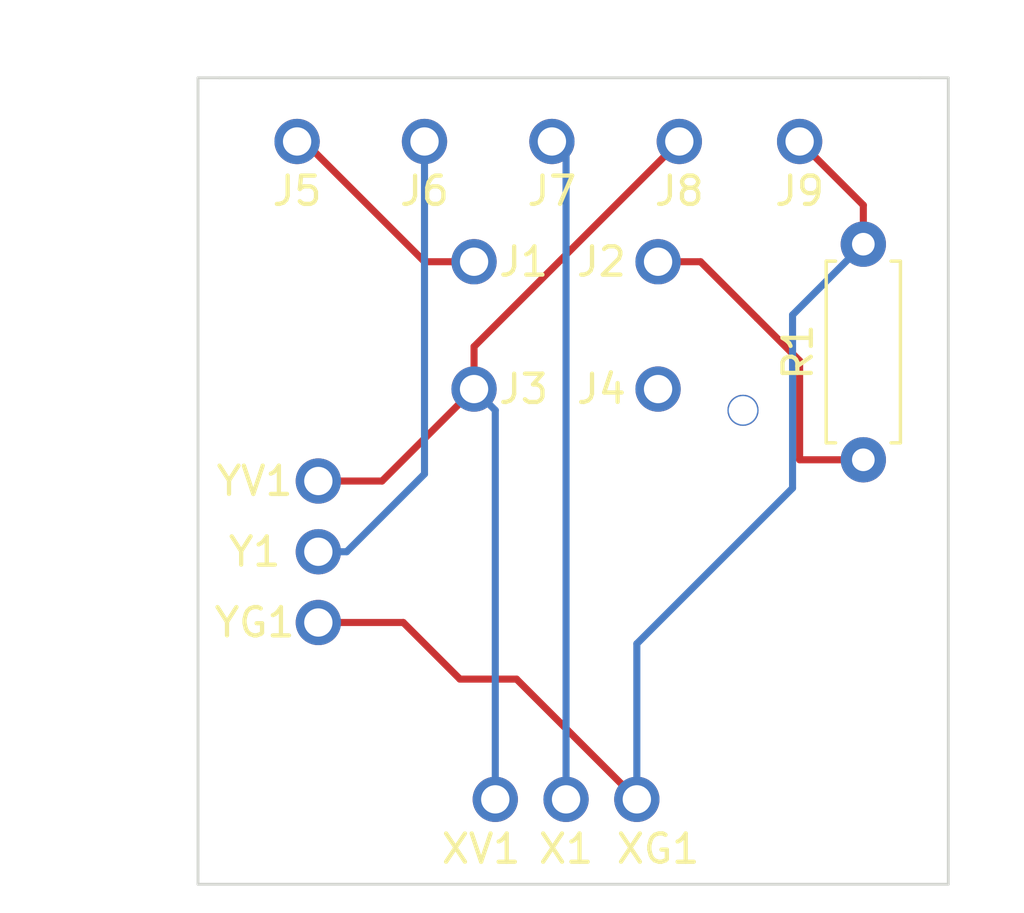
<source format=kicad_pcb>
(kicad_pcb (version 4) (host pcbnew 4.0.6)

  (general
    (links 10)
    (no_connects 0)
    (area 125.180713 64.699999 161.509287 103.550001)
    (thickness 1.6)
    (drawings 630)
    (tracks 30)
    (zones 0)
    (modules 21)
    (nets 8)
  )

  (page A4)
  (layers
    (0 F.Cu signal)
    (31 B.Cu signal hide)
    (32 B.Adhes user hide)
    (33 F.Adhes user hide)
    (34 B.Paste user hide)
    (35 F.Paste user hide)
    (36 B.SilkS user hide)
    (37 F.SilkS user hide)
    (38 B.Mask user hide)
    (39 F.Mask user hide)
    (40 Dwgs.User user)
    (41 Cmts.User user hide)
    (42 Eco1.User user hide)
    (43 Eco2.User user hide)
    (44 Edge.Cuts user)
    (45 Margin user hide)
    (46 B.CrtYd user hide)
    (47 F.CrtYd user)
    (48 B.Fab user)
    (49 F.Fab user)
  )

  (setup
    (last_trace_width 0.25)
    (trace_clearance 0.2)
    (zone_clearance 0.508)
    (zone_45_only no)
    (trace_min 0.2)
    (segment_width 0.2)
    (edge_width 0.1)
    (via_size 0.6)
    (via_drill 0.4)
    (via_min_size 0.4)
    (via_min_drill 0.3)
    (uvia_size 0.3)
    (uvia_drill 0.1)
    (uvias_allowed no)
    (uvia_min_size 0.2)
    (uvia_min_drill 0.1)
    (pcb_text_width 0.3)
    (pcb_text_size 1.5 1.5)
    (mod_edge_width 0.15)
    (mod_text_size 1 1)
    (mod_text_width 0.15)
    (pad_size 1.1 1.1)
    (pad_drill 1.1)
    (pad_to_mask_clearance 0)
    (aux_axis_origin 0 0)
    (visible_elements FFFEFF7F)
    (pcbplotparams
      (layerselection 0x00130_80000001)
      (usegerberextensions true)
      (excludeedgelayer true)
      (linewidth 0.100000)
      (plotframeref false)
      (viasonmask false)
      (mode 1)
      (useauxorigin false)
      (hpglpennumber 1)
      (hpglpenspeed 20)
      (hpglpendiameter 15)
      (hpglpenoverlay 2)
      (psnegative false)
      (psa4output false)
      (plotreference true)
      (plotvalue false)
      (plotinvisibletext false)
      (padsonsilk false)
      (subtractmaskfromsilk false)
      (outputformat 1)
      (mirror false)
      (drillshape 0)
      (scaleselection 1)
      (outputdirectory /home/sam/src/robocock/cad/))
  )

  (net 0 "")
  (net 1 "Net-(J1-Pad1)")
  (net 2 "Net-(J2-Pad1)")
  (net 3 "Net-(J3-Pad1)")
  (net 4 "Net-(J4-Pad1)")
  (net 5 "Net-(J6-Pad1)")
  (net 6 "Net-(J7-Pad1)")
  (net 7 "Net-(J9-Pad1)")

  (net_class Default "This is the default net class."
    (clearance 0.2)
    (trace_width 0.25)
    (via_dia 0.6)
    (via_drill 0.4)
    (uvia_dia 0.3)
    (uvia_drill 0.1)
    (add_net "Net-(J1-Pad1)")
    (add_net "Net-(J2-Pad1)")
    (add_net "Net-(J3-Pad1)")
    (add_net "Net-(J4-Pad1)")
    (add_net "Net-(J6-Pad1)")
    (add_net "Net-(J7-Pad1)")
    (add_net "Net-(J9-Pad1)")
  )

  (module Wire_Pads:SolderWirePad_single_1mmDrill (layer F.Cu) (tedit 59C0551A) (tstamp 59BE8141)
    (at 151.5 95.5)
    (fp_text reference REF** (at 1.75 2.5) (layer F.SilkS) hide
      (effects (font (size 1 1) (thickness 0.15)))
    )
    (fp_text value SolderWirePad_single_1mmDrill (at -1.905 3.175) (layer F.Fab)
      (effects (font (size 1 1) (thickness 0.15)))
    )
    (pad "" np_thru_hole circle (at 0 0) (size 1.1 1.1) (drill 1.1) (layers *.Cu *.Mask))
  )

  (module Wire_Pads:SolderWirePad_single_1mmDrill (layer F.Cu) (tedit 59C05523) (tstamp 59BE813C)
    (at 139 95.5)
    (fp_text reference REF** (at -1.5 2.25) (layer F.SilkS) hide
      (effects (font (size 1 1) (thickness 0.15)))
    )
    (fp_text value SolderWirePad_single_1mmDrill (at -1.905 3.175) (layer F.Fab)
      (effects (font (size 1 1) (thickness 0.15)))
    )
    (pad "" np_thru_hole circle (at 0 0) (size 1.1 1.1) (drill 1.1) (layers *.Cu *.Mask))
  )

  (module Wire_Pads:SolderWirePad_single_1mmDrill (layer F.Cu) (tedit 59C05505) (tstamp 59BE8137)
    (at 151.5 85.5)
    (fp_text reference REF** (at 3.5 0) (layer F.SilkS) hide
      (effects (font (size 1 1) (thickness 0.15)))
    )
    (fp_text value SolderWirePad_single_1mmDrill (at -1.905 3.175) (layer F.Fab)
      (effects (font (size 1 1) (thickness 0.15)))
    )
    (pad "" np_thru_hole circle (at 0 0) (size 1.1 1.1) (drill 1.00076) (layers *.Cu *.Mask))
  )

  (module Wire_Pads:SolderWirePad_single_1mmDrill (layer F.Cu) (tedit 59C0553F) (tstamp 59BE810C)
    (at 151.5 85.5)
    (fp_text reference REF** (at 0 -3.81) (layer F.SilkS) hide
      (effects (font (size 1 1) (thickness 0.15)))
    )
    (fp_text value SolderWirePad_single_1mmDrill (at -1.905 3.175) (layer F.Fab)
      (effects (font (size 1 1) (thickness 0.15)))
    )
  )

  (module Wire_Pads:SolderWirePad_single_1mmDrill (layer F.Cu) (tedit 59BDBD17) (tstamp 59BD9591)
    (at 142 80.25)
    (path /59BB08ED)
    (fp_text reference J1 (at 1.75 0) (layer F.SilkS)
      (effects (font (size 1 1) (thickness 0.15)))
    )
    (fp_text value CONN_01X01_MALE (at -1.905 3.175) (layer F.Fab)
      (effects (font (size 1 1) (thickness 0.15)))
    )
    (pad 1 thru_hole circle (at 0 0) (size 1.6 1.6) (drill 1) (layers *.Cu *.Mask)
      (net 1 "Net-(J1-Pad1)"))
  )

  (module Wire_Pads:SolderWirePad_single_1mmDrill (layer F.Cu) (tedit 59BDBD1D) (tstamp 59BD9596)
    (at 148.5 80.25)
    (path /59BB0A2C)
    (fp_text reference J2 (at -2 0) (layer F.SilkS)
      (effects (font (size 1 1) (thickness 0.15)))
    )
    (fp_text value CONN_01X01_MALE (at -1.905 3.175) (layer F.Fab)
      (effects (font (size 1 1) (thickness 0.15)))
    )
    (pad 1 thru_hole circle (at 0 0) (size 1.6 1.6) (drill 1) (layers *.Cu *.Mask)
      (net 2 "Net-(J2-Pad1)"))
  )

  (module Wire_Pads:SolderWirePad_single_1mmDrill (layer F.Cu) (tedit 59BDBD2D) (tstamp 59BD959B)
    (at 142 84.75)
    (path /59BB0A79)
    (fp_text reference J3 (at 1.75 0) (layer F.SilkS)
      (effects (font (size 1 1) (thickness 0.15)))
    )
    (fp_text value CONN_01X01_MALE (at -1.905 3.175) (layer F.Fab)
      (effects (font (size 1 1) (thickness 0.15)))
    )
    (pad 1 thru_hole circle (at 0 0) (size 1.6 1.6) (drill 1) (layers *.Cu *.Mask)
      (net 3 "Net-(J3-Pad1)"))
  )

  (module Wire_Pads:SolderWirePad_single_1mmDrill (layer F.Cu) (tedit 59BDBD23) (tstamp 59BD95A0)
    (at 148.5 84.75)
    (path /59BB0AFC)
    (fp_text reference J4 (at -2 0) (layer F.SilkS)
      (effects (font (size 1 1) (thickness 0.15)))
    )
    (fp_text value CONN_01X01_MALE (at -1.905 3.175) (layer F.Fab)
      (effects (font (size 1 1) (thickness 0.15)))
    )
    (pad 1 thru_hole circle (at 0 0) (size 1.6 1.6) (drill 1) (layers *.Cu *.Mask)
      (net 4 "Net-(J4-Pad1)"))
  )

  (module Wire_Pads:SolderWirePad_single_1mmDrill (layer F.Cu) (tedit 59C05B30) (tstamp 59BD95A5)
    (at 135.5 71.25)
    (path /59BC8893)
    (fp_text reference J5 (at 0.25 6.5) (layer F.SilkS)
      (effects (font (size 1 1) (thickness 0.15)))
    )
    (fp_text value CONN_01X01_MALE (at -1.905 3.175) (layer F.Fab)
      (effects (font (size 1 1) (thickness 0.15)))
    )
    (pad 1 thru_hole circle (at 0.25 4.75) (size 1.6 1.6) (drill 1) (layers *.Cu *.Mask)
      (net 1 "Net-(J1-Pad1)"))
  )

  (module Wire_Pads:SolderWirePad_single_1mmDrill (layer F.Cu) (tedit 59C05ADD) (tstamp 59BD95AA)
    (at 140 71.25)
    (path /59BC88E0)
    (fp_text reference J6 (at 0.25 6.5) (layer F.SilkS)
      (effects (font (size 1 1) (thickness 0.15)))
    )
    (fp_text value CONN_01X01_MALE (at -1.905 3.175) (layer F.Fab)
      (effects (font (size 1 1) (thickness 0.15)))
    )
    (pad 1 thru_hole circle (at 0.25 4.75) (size 1.6 1.6) (drill 1) (layers *.Cu *.Mask)
      (net 5 "Net-(J6-Pad1)"))
  )

  (module Wire_Pads:SolderWirePad_single_1mmDrill (layer F.Cu) (tedit 59C05A8B) (tstamp 59BD95AF)
    (at 144.5 71.25)
    (path /59BC8907)
    (fp_text reference J7 (at 0.25 6.5) (layer F.SilkS)
      (effects (font (size 1 1) (thickness 0.15)))
    )
    (fp_text value CONN_01X01_MALE (at -1.905 3.175) (layer F.Fab)
      (effects (font (size 1 1) (thickness 0.15)))
    )
    (pad 1 thru_hole circle (at 0.25 4.75) (size 1.6 1.6) (drill 1) (layers *.Cu *.Mask)
      (net 6 "Net-(J7-Pad1)"))
  )

  (module Wire_Pads:SolderWirePad_single_1mmDrill (layer F.Cu) (tedit 59C05A69) (tstamp 59BD95B4)
    (at 149 71.25)
    (path /59BC892E)
    (fp_text reference J8 (at 0.25 6.5) (layer F.SilkS)
      (effects (font (size 1 1) (thickness 0.15)))
    )
    (fp_text value CONN_01X01_MALE (at -1.905 3.175) (layer F.Fab)
      (effects (font (size 1 1) (thickness 0.15)))
    )
    (pad 1 thru_hole circle (at 0.25 4.75) (size 1.6 1.6) (drill 1) (layers *.Cu *.Mask)
      (net 3 "Net-(J3-Pad1)"))
  )

  (module Wire_Pads:SolderWirePad_single_1mmDrill (layer F.Cu) (tedit 59C05A53) (tstamp 59BD95B9)
    (at 153.5 71.25)
    (path /59BC8957)
    (fp_text reference J9 (at 0 6.5) (layer F.SilkS)
      (effects (font (size 1 1) (thickness 0.15)))
    )
    (fp_text value CONN_01X01_MALE (at -1.905 3.175) (layer F.Fab)
      (effects (font (size 1 1) (thickness 0.15)))
    )
    (pad 1 thru_hole circle (at 0 4.75) (size 1.6 1.6) (drill 1) (layers *.Cu *.Mask)
      (net 7 "Net-(J9-Pad1)"))
  )

  (module Resistors_THT:R_Axial_DIN0207_L6.3mm_D2.5mm_P7.62mm_Horizontal (layer F.Cu) (tedit 5874F706) (tstamp 59BD95CF)
    (at 155.75 87.25 90)
    (descr "Resistor, Axial_DIN0207 series, Axial, Horizontal, pin pitch=7.62mm, 0.25W = 1/4W, length*diameter=6.3*2.5mm^2, http://cdn-reichelt.de/documents/datenblatt/B400/1_4W%23YAG.pdf")
    (tags "Resistor Axial_DIN0207 series Axial Horizontal pin pitch 7.62mm 0.25W = 1/4W length 6.3mm diameter 2.5mm")
    (path /59BC672A)
    (fp_text reference R1 (at 3.81 -2.31 90) (layer F.SilkS)
      (effects (font (size 1 1) (thickness 0.15)))
    )
    (fp_text value R (at 3.81 2.31 90) (layer F.Fab)
      (effects (font (size 1 1) (thickness 0.15)))
    )
    (fp_line (start 0.66 -1.25) (end 0.66 1.25) (layer F.Fab) (width 0.1))
    (fp_line (start 0.66 1.25) (end 6.96 1.25) (layer F.Fab) (width 0.1))
    (fp_line (start 6.96 1.25) (end 6.96 -1.25) (layer F.Fab) (width 0.1))
    (fp_line (start 6.96 -1.25) (end 0.66 -1.25) (layer F.Fab) (width 0.1))
    (fp_line (start 0 0) (end 0.66 0) (layer F.Fab) (width 0.1))
    (fp_line (start 7.62 0) (end 6.96 0) (layer F.Fab) (width 0.1))
    (fp_line (start 0.6 -0.98) (end 0.6 -1.31) (layer F.SilkS) (width 0.12))
    (fp_line (start 0.6 -1.31) (end 7.02 -1.31) (layer F.SilkS) (width 0.12))
    (fp_line (start 7.02 -1.31) (end 7.02 -0.98) (layer F.SilkS) (width 0.12))
    (fp_line (start 0.6 0.98) (end 0.6 1.31) (layer F.SilkS) (width 0.12))
    (fp_line (start 0.6 1.31) (end 7.02 1.31) (layer F.SilkS) (width 0.12))
    (fp_line (start 7.02 1.31) (end 7.02 0.98) (layer F.SilkS) (width 0.12))
    (fp_line (start -1.05 -1.6) (end -1.05 1.6) (layer F.CrtYd) (width 0.05))
    (fp_line (start -1.05 1.6) (end 8.7 1.6) (layer F.CrtYd) (width 0.05))
    (fp_line (start 8.7 1.6) (end 8.7 -1.6) (layer F.CrtYd) (width 0.05))
    (fp_line (start 8.7 -1.6) (end -1.05 -1.6) (layer F.CrtYd) (width 0.05))
    (pad 1 thru_hole circle (at 0 0 90) (size 1.6 1.6) (drill 0.8) (layers *.Cu *.Mask)
      (net 2 "Net-(J2-Pad1)"))
    (pad 2 thru_hole oval (at 7.62 0 90) (size 1.6 1.6) (drill 0.8) (layers *.Cu *.Mask)
      (net 7 "Net-(J9-Pad1)"))
    (model Resistors_THT.3dshapes/R_Axial_DIN0207_L6.3mm_D2.5mm_P7.62mm_Horizontal.wrl
      (at (xyz 0 0 0))
      (scale (xyz 0.393701 0.393701 0.393701))
      (rotate (xyz 0 0 0))
    )
  )

  (module Wire_Pads:SolderWirePad_single_1mmDrill (layer F.Cu) (tedit 59BDBC98) (tstamp 59BD95D4)
    (at 145.25 99.25)
    (path /59BCA8E9)
    (fp_text reference X1 (at 0 1.75) (layer F.SilkS)
      (effects (font (size 1 1) (thickness 0.15)))
    )
    (fp_text value CONN_01X01_MALE (at -1.905 3.175) (layer F.Fab)
      (effects (font (size 1 1) (thickness 0.15)))
    )
    (pad 1 thru_hole circle (at 0 0) (size 1.6 1.6) (drill 1) (layers *.Cu *.Mask)
      (net 6 "Net-(J7-Pad1)"))
  )

  (module Wire_Pads:SolderWirePad_single_1mmDrill (layer F.Cu) (tedit 59BDBCA2) (tstamp 59BD95D9)
    (at 147.75 99.25)
    (path /59BCA886)
    (fp_text reference XG1 (at 0.75 1.75) (layer F.SilkS)
      (effects (font (size 1 1) (thickness 0.15)))
    )
    (fp_text value CONN_01X01_MALE (at -1.905 3.175) (layer F.Fab)
      (effects (font (size 1 1) (thickness 0.15)))
    )
    (pad 1 thru_hole circle (at 0 0) (size 1.6 1.6) (drill 1) (layers *.Cu *.Mask)
      (net 7 "Net-(J9-Pad1)"))
  )

  (module Wire_Pads:SolderWirePad_single_1mmDrill (layer F.Cu) (tedit 59BDBC8F) (tstamp 59BD95DE)
    (at 142.75 99.25)
    (path /59BCA91C)
    (fp_text reference XV1 (at -0.5 1.75) (layer F.SilkS)
      (effects (font (size 1 1) (thickness 0.15)))
    )
    (fp_text value CONN_01X01_MALE (at -1.905 3.175) (layer F.Fab)
      (effects (font (size 1 1) (thickness 0.15)))
    )
    (pad 1 thru_hole circle (at 0 0) (size 1.6 1.6) (drill 1) (layers *.Cu *.Mask)
      (net 3 "Net-(J3-Pad1)"))
  )

  (module Wire_Pads:SolderWirePad_single_1mmDrill (layer F.Cu) (tedit 59BDBCCB) (tstamp 59BD95E3)
    (at 136.5 90.5)
    (path /59BCA984)
    (fp_text reference Y1 (at -2.25 0) (layer F.SilkS)
      (effects (font (size 1 1) (thickness 0.15)))
    )
    (fp_text value CONN_01X01_MALE (at -1.905 3.175) (layer F.Fab)
      (effects (font (size 1 1) (thickness 0.15)))
    )
    (pad 1 thru_hole circle (at 0 0) (size 1.6 1.6) (drill 1) (layers *.Cu *.Mask)
      (net 5 "Net-(J6-Pad1)"))
  )

  (module Wire_Pads:SolderWirePad_single_1mmDrill (layer F.Cu) (tedit 59BDBCE6) (tstamp 59BD95E8)
    (at 136.5 93)
    (path /59BCA94F)
    (fp_text reference YG1 (at -2.25 0) (layer F.SilkS)
      (effects (font (size 1 1) (thickness 0.15)))
    )
    (fp_text value CONN_01X01_MALE (at -1.905 3.175) (layer F.Fab)
      (effects (font (size 1 1) (thickness 0.15)))
    )
    (pad 1 thru_hole circle (at 0 0) (size 1.6 1.6) (drill 1) (layers *.Cu *.Mask)
      (net 7 "Net-(J9-Pad1)"))
  )

  (module Wire_Pads:SolderWirePad_single_1mmDrill (layer F.Cu) (tedit 59BDBCDE) (tstamp 59BD95ED)
    (at 136.5 88)
    (path /59BCA9C3)
    (fp_text reference YV1 (at -2.25 0) (layer F.SilkS)
      (effects (font (size 1 1) (thickness 0.15)))
    )
    (fp_text value CONN_01X01_MALE (at -1.905 3.175) (layer F.Fab)
      (effects (font (size 1 1) (thickness 0.15)))
    )
    (pad 1 thru_hole circle (at 0 0) (size 1.6 1.6) (drill 1) (layers *.Cu *.Mask)
      (net 3 "Net-(J3-Pad1)"))
  )

  (module Wire_Pads:SolderWirePad_single_1mmDrill (layer F.Cu) (tedit 59C05511) (tstamp 59BE8106)
    (at 139 85.5)
    (fp_text reference REF** (at -3 0) (layer F.SilkS) hide
      (effects (font (size 1 1) (thickness 0.15)))
    )
    (fp_text value SolderWirePad_single_1mmDrill (at -1.905 3.175) (layer F.Fab)
      (effects (font (size 1 1) (thickness 0.15)))
    )
    (pad "" np_thru_hole circle (at 0 0) (size 1.1 1.1) (drill 1.1) (layers *.Cu *.Mask))
  )

  (gr_line (start 158.75 73.75) (end 157.75 73.75) (angle 90) (layer Edge.Cuts) (width 0.1))
  (gr_line (start 158.75 102.25) (end 158.75 73.75) (angle 90) (layer Edge.Cuts) (width 0.1))
  (gr_line (start 132.25 102.25) (end 158.75 102.25) (angle 90) (layer Edge.Cuts) (width 0.1))
  (gr_line (start 132.25 73.75) (end 132.25 102.25) (angle 90) (layer Edge.Cuts) (width 0.1))
  (gr_line (start 133 73.75) (end 132.25 73.75) (angle 90) (layer Edge.Cuts) (width 0.1))
  (gr_line (start 157.75 73.75) (end 133 73.75) (angle 90) (layer Edge.Cuts) (width 0.1))
  (gr_line (start 143.476987 99.9) (end 143.470289 99.875) (layer Dwgs.User) (width 0.1))
  (gr_line (start 147.023013 99.9) (end 147.029711 99.875) (layer Dwgs.User) (width 0.1))
  (gr_line (start 135.85 88.726987) (end 135.875 88.720289) (layer Dwgs.User) (width 0.1))
  (gr_line (start 135.85 92.273013) (end 135.875 92.279711) (layer Dwgs.User) (width 0.1))
  (gr_line (start 139.55 84.435) (end 140.7425 84.435) (layer Dwgs.User) (width 0.1))
  (gr_line (start 150.95 84.435) (end 149.7575 84.435) (layer Dwgs.User) (width 0.1))
  (gr_line (start 140.7425 96.565) (end 139.55 96.565) (layer Dwgs.User) (width 0.1))
  (gr_line (start 149.7575 96.565) (end 150.95 96.565) (layer Dwgs.User) (width 0.1))
  (gr_line (start 144.74 99.875) (end 144.74 99.9) (layer Dwgs.User) (width 0.1))
  (gr_line (start 135.875 89.99) (end 135.85 89.99) (layer Dwgs.User) (width 0.1))
  (gr_line (start 145.75 100.124614) (end 144.75 100.124614) (layer Dwgs.User) (width 0.1))
  (gr_line (start 135.625386 91) (end 135.625386 90) (layer Dwgs.User) (width 0.1))
  (gr_line (start 141.906812 84.557617) (end 142.106812 84.557617) (layer Dwgs.User) (width 0.1))
  (gr_line (start 141.906812 84.942383) (end 142.106812 84.942383) (layer Dwgs.User) (width 0.1))
  (gr_line (start 148.593188 84.557617) (end 148.393188 84.557617) (layer Dwgs.User) (width 0.1))
  (gr_line (start 148.593188 84.942383) (end 148.393188 84.942383) (layer Dwgs.User) (width 0.1))
  (gr_line (start 148.593188 80.442383) (end 148.393188 80.442383) (layer Dwgs.User) (width 0.1))
  (gr_line (start 148.593188 80.057617) (end 148.393188 80.057617) (layer Dwgs.User) (width 0.1))
  (gr_line (start 141.906812 80.442383) (end 142.106812 80.442383) (layer Dwgs.User) (width 0.1))
  (gr_line (start 141.906812 80.057617) (end 142.106812 80.057617) (layer Dwgs.User) (width 0.1))
  (gr_arc (start 140.95 90.5) (end 140.95 90.7) (angle 180) (layer Dwgs.User) (width 0.1))
  (gr_arc (start 149.55 90.5) (end 149.55 90.7) (angle 180) (layer Dwgs.User) (width 0.1))
  (gr_arc (start 149.55 90.5) (end 149.55 90.3) (angle 180) (layer Dwgs.User) (width 0.1))
  (gr_arc (start 140.95 90.5) (end 140.95 90.3) (angle 180) (layer Dwgs.User) (width 0.1))
  (gr_arc (start 140.95 90.5) (end 140.95 90.2) (angle 180) (layer Dwgs.User) (width 0.1))
  (gr_line (start 149.55 89.95) (end 149.55 89.75) (layer Dwgs.User) (width 0.1))
  (gr_line (start 149.55 91.05) (end 149.55 91.25) (layer Dwgs.User) (width 0.1))
  (gr_line (start 140.95 89.95) (end 140.95 89.75) (layer Dwgs.User) (width 0.1))
  (gr_line (start 140.95 91.05) (end 140.95 91.25) (layer Dwgs.User) (width 0.1))
  (gr_line (start 151.825 96) (end 151.825 97.075) (layer Dwgs.User) (width 0.1))
  (gr_line (start 151.825 93.5) (end 151.825 95.3075) (layer Dwgs.User) (width 0.1))
  (gr_line (start 151.825 85) (end 151.825 85.3) (layer Dwgs.User) (width 0.1))
  (gr_line (start 151.825 85.9925) (end 151.825 87.5) (layer Dwgs.User) (width 0.1))
  (gr_line (start 151.825 93.5) (end 151.825 95.0075) (layer Dwgs.User) (width 0.1))
  (gr_line (start 139.325 84.425) (end 139.325 83.925) (layer Dwgs.User) (width 0.1))
  (gr_line (start 138.725 84.425) (end 138.725 83.925) (layer Dwgs.User) (width 0.1))
  (gr_line (start 151.775 84.425) (end 151.775 83.925) (layer Dwgs.User) (width 0.1))
  (gr_line (start 151.175 84.425) (end 151.175 83.925) (layer Dwgs.User) (width 0.1))
  (gr_line (start 140.7875 84.225) (end 140.7425 84.225) (layer Dwgs.User) (width 0.1))
  (gr_line (start 149.7575 84.225) (end 149.7125 84.225) (layer Dwgs.User) (width 0.1))
  (gr_line (start 138.725 96.575) (end 138.725 97.075) (layer Dwgs.User) (width 0.1))
  (gr_line (start 139.325 96.575) (end 139.325 97.075) (layer Dwgs.User) (width 0.1))
  (gr_line (start 151.775 96.575) (end 151.775 97.075) (layer Dwgs.User) (width 0.1))
  (gr_line (start 151.175 96.575) (end 151.175 97.075) (layer Dwgs.User) (width 0.1))
  (gr_line (start 139.175 85) (end 138.675 85) (layer Dwgs.User) (width 0.1))
  (gr_line (start 139.175 96) (end 138.675 96) (layer Dwgs.User) (width 0.1))
  (gr_line (start 151.325 96) (end 151.825 96) (layer Dwgs.User) (width 0.1))
  (gr_line (start 151.825 96) (end 151.825 95.7) (layer Dwgs.User) (width 0.1))
  (gr_line (start 151.825 85.3) (end 151.825 85) (layer Dwgs.User) (width 0.1))
  (gr_line (start 151.325 85) (end 151.825 85) (layer Dwgs.User) (width 0.1))
  (gr_line (start 149.975 99.475) (end 149.975 97.075) (layer Dwgs.User) (width 0.1))
  (gr_line (start 140.525 97.075) (end 140.525 99.475) (layer Dwgs.User) (width 0.1))
  (gr_line (start 148.975 99.475) (end 149.975 99.475) (layer Dwgs.User) (width 0.1))
  (gr_line (start 140.525 99.475) (end 141.525 99.475) (layer Dwgs.User) (width 0.1))
  (gr_line (start 136.275 94.225) (end 136.275 95.225) (layer Dwgs.User) (width 0.1))
  (gr_line (start 136.275 85.775) (end 136.275 86.775) (layer Dwgs.User) (width 0.1))
  (gr_line (start 149.7125 84.425) (end 149.7575 84.425) (layer Dwgs.User) (width 0.1))
  (gr_line (start 151.325 85) (end 151.325 84.425) (layer Dwgs.User) (width 0.1))
  (gr_line (start 150.95 84.425) (end 151.325 84.425) (layer Dwgs.User) (width 0.1))
  (gr_line (start 149.7575 97.074902) (end 149.7575 97.075) (layer Dwgs.User) (width 0.1))
  (gr_line (start 150.95 96.575) (end 151.325 96.575) (layer Dwgs.User) (width 0.1))
  (gr_line (start 151.325 96.575) (end 151.325 96) (layer Dwgs.User) (width 0.1))
  (gr_line (start 139.175 85.3) (end 138.675 85.3) (layer Dwgs.User) (width 0.1))
  (gr_line (start 139.175 85.6925) (end 138.675 85.6925) (layer Dwgs.User) (width 0.1))
  (gr_line (start 139.175 95.7) (end 138.675 95.7) (layer Dwgs.User) (width 0.1))
  (gr_line (start 139.175 95.3075) (end 138.675 95.3075) (layer Dwgs.User) (width 0.1))
  (gr_line (start 151.825 95.3075) (end 151.825 95.0075) (layer Dwgs.User) (width 0.1))
  (gr_line (start 151.325 95.0075) (end 151.825 95.0075) (layer Dwgs.User) (width 0.1))
  (gr_line (start 151.325 95.3075) (end 151.825 95.3075) (layer Dwgs.User) (width 0.1))
  (gr_line (start 151.325 95.7) (end 151.825 95.7) (layer Dwgs.User) (width 0.1))
  (gr_line (start 151.825 95.3075) (end 151.825 95.7) (layer Dwgs.User) (width 0.1))
  (gr_line (start 151.325 85.3) (end 151.825 85.3) (layer Dwgs.User) (width 0.1))
  (gr_line (start 151.825 85.3) (end 151.825 85.6925) (layer Dwgs.User) (width 0.1))
  (gr_line (start 151.825 85.9925) (end 151.825 85.6925) (layer Dwgs.User) (width 0.1))
  (gr_line (start 151.325 85.6925) (end 151.825 85.6925) (layer Dwgs.User) (width 0.1))
  (gr_line (start 151.325 85.9925) (end 151.825 85.9925) (layer Dwgs.User) (width 0.1))
  (gr_line (start 151.325 88.0375) (end 151.325 86.4375) (layer Dwgs.User) (width 0.1))
  (gr_line (start 139.175 85.9925) (end 139.1875 85.9925) (layer Dwgs.User) (width 0.1))
  (gr_line (start 139.1875 95.0075) (end 139.175 95.0075) (layer Dwgs.User) (width 0.1))
  (gr_line (start 149.9125 94.5625) (end 151.325 94.5625) (layer Dwgs.User) (width 0.1))
  (gr_line (start 151.325 94.5625) (end 151.325 92.9625) (layer Dwgs.User) (width 0.1))
  (gr_line (start 151.825 92.9625) (end 151.825 93.5) (layer Dwgs.User) (width 0.1))
  (gr_line (start 151.825 87.5) (end 151.825 88.0375) (layer Dwgs.User) (width 0.1))
  (gr_line (start 151.325 86.4375) (end 149.9125 86.4375) (layer Dwgs.User) (width 0.1))
  (gr_arc (start 148.9125 79.7) (end 148.9125 78.9) (angle 90) (layer Dwgs.User) (width 0.1))
  (gr_line (start 148.9125 78.9) (end 141.5875 78.9) (layer Dwgs.User) (width 0.1))
  (gr_arc (start 141.5875 79.7) (end 140.7875 79.7) (angle 90) (layer Dwgs.User) (width 0.1))
  (gr_arc (start 140.5875 86.2375) (end 140.7875 86.2375) (angle 90) (layer Dwgs.User) (width 0.1))
  (gr_line (start 140.4425 85.736593) (end 140.7425 85.436593) (layer Dwgs.User) (width 0.1))
  (gr_line (start 139.55 85.436593) (end 139.85 85.736593) (layer Dwgs.User) (width 0.1))
  (gr_line (start 150.65 85.736593) (end 150.95 85.436593) (layer Dwgs.User) (width 0.1))
  (gr_line (start 149.7575 85.436593) (end 150.0575 85.736593) (layer Dwgs.User) (width 0.1))
  (gr_arc (start 149.9125 86.2375) (end 149.9125 86.4375) (angle 90) (layer Dwgs.User) (width 0.1))
  (gr_line (start 139.85 95.263407) (end 139.55 95.563407) (layer Dwgs.User) (width 0.1))
  (gr_line (start 150.95 95.563407) (end 150.65 95.263407) (layer Dwgs.User) (width 0.1))
  (gr_line (start 153.3625 87.5) (end 153.3625 93.5) (layer Dwgs.User) (width 0.1))
  (gr_line (start 148.975 99.475) (end 148.575 99.875) (layer Dwgs.User) (width 0.1))
  (gr_line (start 141.925 99.875) (end 148.575 99.875) (layer Dwgs.User) (width 0.1))
  (gr_line (start 141.925 99.875) (end 141.525 99.475) (layer Dwgs.User) (width 0.1))
  (gr_line (start 149.7125 96.5125) (end 140.7875 96.5125) (layer Dwgs.User) (width 0.1))
  (gr_line (start 142.5 99.375) (end 142.35 99.375) (layer Dwgs.User) (width 0.1))
  (gr_line (start 143 99.075) (end 142.5 99.075) (layer Dwgs.User) (width 0.1))
  (gr_line (start 148.15 99.075) (end 148.15 99.375) (layer Dwgs.User) (width 0.1))
  (gr_line (start 148 99.075) (end 147.5 99.075) (layer Dwgs.User) (width 0.1))
  (gr_line (start 145.65 99.075) (end 145.65 99.375) (layer Dwgs.User) (width 0.1))
  (gr_line (start 145.5 99.075) (end 145 99.075) (layer Dwgs.User) (width 0.1))
  (gr_line (start 145.75 100.124614) (end 145.75 99.875) (layer Dwgs.User) (width 0.1))
  (gr_line (start 145.75 99.9) (end 145.75 99.875) (layer Dwgs.User) (width 0.1))
  (gr_line (start 136.275 94.225) (end 135.875 93.825) (layer Dwgs.User) (width 0.1))
  (gr_line (start 135.875 87.175) (end 135.875 93.825) (layer Dwgs.User) (width 0.1))
  (gr_line (start 135.875 87.175) (end 136.275 86.775) (layer Dwgs.User) (width 0.1))
  (gr_line (start 139.2575 87) (end 138.675 87) (layer Dwgs.User) (width 0.1))
  (gr_line (start 138.675 87) (end 139.2575 87) (layer Dwgs.User) (width 0.1))
  (gr_line (start 139.2575 94) (end 139.2575 87) (layer Dwgs.User) (width 0.1))
  (gr_line (start 138.675 94) (end 139.2575 94) (layer Dwgs.User) (width 0.1))
  (gr_line (start 136.675 90.9) (end 136.375 90.9) (layer Dwgs.User) (width 0.1))
  (gr_line (start 136.675 90.75) (end 136.675 90.25) (layer Dwgs.User) (width 0.1))
  (gr_line (start 136.675 93.4) (end 136.375 93.4) (layer Dwgs.User) (width 0.1))
  (gr_line (start 136.675 93.25) (end 136.675 92.75) (layer Dwgs.User) (width 0.1))
  (gr_line (start 136.375 88.4) (end 136.375 87.6) (layer Dwgs.User) (width 0.1))
  (gr_line (start 136.675 88.4) (end 136.375 88.4) (layer Dwgs.User) (width 0.1))
  (gr_line (start 136.675 88.25) (end 136.675 87.75) (layer Dwgs.User) (width 0.1))
  (gr_line (start 135.85 91) (end 135.875 91) (layer Dwgs.User) (width 0.1))
  (gr_line (start 150.0575 85.736593) (end 150.65 85.736593) (layer Dwgs.User) (width 0.1))
  (gr_line (start 140.5875 86.4375) (end 139.1875 86.4375) (layer Dwgs.User) (width 0.1))
  (gr_line (start 139.1875 86.4375) (end 139.1875 85.9925) (layer Dwgs.User) (width 0.1))
  (gr_line (start 139.85 85.736593) (end 140.4425 85.736593) (layer Dwgs.User) (width 0.1))
  (gr_arc (start 140.5875 94.7625) (end 140.5875 94.5625) (angle 90) (layer Dwgs.User) (width 0.1))
  (gr_line (start 140.7425 95.563407) (end 140.4425 95.263407) (layer Dwgs.User) (width 0.1))
  (gr_line (start 150.0575 95.263407) (end 149.7575 95.563407) (layer Dwgs.User) (width 0.1))
  (gr_arc (start 149.9125 94.7625) (end 149.7125 94.7625) (angle 90) (layer Dwgs.User) (width 0.1))
  (gr_line (start 139.1875 95.0075) (end 139.1875 94.5625) (layer Dwgs.User) (width 0.1))
  (gr_line (start 139.1875 94.5625) (end 140.5875 94.5625) (layer Dwgs.User) (width 0.1))
  (gr_line (start 140.4425 95.263407) (end 139.85 95.263407) (layer Dwgs.User) (width 0.1))
  (gr_line (start 150.65 95.263407) (end 150.0575 95.263407) (layer Dwgs.User) (width 0.1))
  (gr_line (start 151.825 87.5) (end 153.3625 87.5) (layer Dwgs.User) (width 0.1))
  (gr_line (start 153.3625 93.5) (end 151.825 93.5) (layer Dwgs.User) (width 0.1))
  (gr_arc (start 141.75 87) (end 141.75 86.2) (angle 180) (layer Dwgs.User) (width 0.1))
  (gr_arc (start 140.95 90.5) (end 140.95 89.75) (angle 180) (layer Dwgs.User) (width 0.1))
  (gr_line (start 142.026562 85.1) (end 142.132812 85.1) (layer Dwgs.User) (width 0.1))
  (gr_line (start 142.226562 84.4) (end 142.132812 84.4) (layer Dwgs.User) (width 0.1))
  (gr_line (start 142.226562 85.1) (end 142.132812 85.1) (layer Dwgs.User) (width 0.1))
  (gr_line (start 142.226562 85.1) (end 142.226562 84.4) (layer Dwgs.User) (width 0.1))
  (gr_line (start 148.273438 85.1) (end 148.273438 84.4) (layer Dwgs.User) (width 0.1))
  (gr_line (start 148.273438 85.1) (end 148.367188 85.1) (layer Dwgs.User) (width 0.1))
  (gr_line (start 148.473438 85.1) (end 148.367188 85.1) (layer Dwgs.User) (width 0.1))
  (gr_line (start 148.367188 84.4) (end 148.473438 84.4) (layer Dwgs.User) (width 0.1))
  (gr_line (start 148.273438 84.4) (end 148.367188 84.4) (layer Dwgs.User) (width 0.1))
  (gr_line (start 148.367188 80.6) (end 148.473438 80.6) (layer Dwgs.User) (width 0.1))
  (gr_line (start 148.273438 80.6) (end 148.367188 80.6) (layer Dwgs.User) (width 0.1))
  (gr_line (start 148.273438 79.9) (end 148.367188 79.9) (layer Dwgs.User) (width 0.1))
  (gr_line (start 148.273438 79.9) (end 148.273438 80.6) (layer Dwgs.User) (width 0.1))
  (gr_line (start 142.226562 79.9) (end 142.226562 80.6) (layer Dwgs.User) (width 0.1))
  (gr_line (start 142.226562 79.9) (end 142.132812 79.9) (layer Dwgs.User) (width 0.1))
  (gr_line (start 142.026562 79.9) (end 142.132812 79.9) (layer Dwgs.User) (width 0.1))
  (gr_line (start 142.226562 80.6) (end 142.132812 80.6) (layer Dwgs.User) (width 0.1))
  (gr_line (start 142.5 99.075) (end 142.35 99.075) (layer Dwgs.User) (width 0.1))
  (gr_line (start 142.35 99.075) (end 142.35 99.375) (layer Dwgs.User) (width 0.1))
  (gr_line (start 142.5 99.375) (end 142.35 99.375) (layer Dwgs.User) (width 0.1))
  (gr_line (start 143 99.075) (end 142.5 99.075) (layer Dwgs.User) (width 0.1))
  (gr_line (start 142.5 99.075) (end 142.5 99.375) (layer Dwgs.User) (width 0.1))
  (gr_line (start 143 99.375) (end 142.5 99.375) (layer Dwgs.User) (width 0.1))
  (gr_line (start 143 99.075) (end 143 99.375) (layer Dwgs.User) (width 0.1))
  (gr_line (start 143.15 99.075) (end 143.15 99.375) (layer Dwgs.User) (width 0.1))
  (gr_line (start 143.15 99.075) (end 143 99.075) (layer Dwgs.User) (width 0.1))
  (gr_line (start 143 99.075) (end 143 99.375) (layer Dwgs.User) (width 0.1))
  (gr_line (start 143.15 99.375) (end 143 99.375) (layer Dwgs.User) (width 0.1))
  (gr_line (start 147.5 99.075) (end 147.35 99.075) (layer Dwgs.User) (width 0.1))
  (gr_line (start 147.35 99.075) (end 147.35 99.375) (layer Dwgs.User) (width 0.1))
  (gr_line (start 147.5 99.375) (end 147.35 99.375) (layer Dwgs.User) (width 0.1))
  (gr_line (start 148 99.075) (end 147.5 99.075) (layer Dwgs.User) (width 0.1))
  (gr_line (start 147.5 99.075) (end 147.5 99.375) (layer Dwgs.User) (width 0.1))
  (gr_line (start 148 99.375) (end 147.5 99.375) (layer Dwgs.User) (width 0.1))
  (gr_line (start 148 99.075) (end 148 99.375) (layer Dwgs.User) (width 0.1))
  (gr_line (start 148.15 99.075) (end 148.15 99.375) (layer Dwgs.User) (width 0.1))
  (gr_line (start 148.15 99.075) (end 148 99.075) (layer Dwgs.User) (width 0.1))
  (gr_line (start 148 99.075) (end 148 99.375) (layer Dwgs.User) (width 0.1))
  (gr_line (start 148.15 99.375) (end 148 99.375) (layer Dwgs.User) (width 0.1))
  (gr_line (start 145 99.075) (end 144.85 99.075) (layer Dwgs.User) (width 0.1))
  (gr_line (start 144.85 99.075) (end 144.85 99.375) (layer Dwgs.User) (width 0.1))
  (gr_line (start 145 99.375) (end 144.85 99.375) (layer Dwgs.User) (width 0.1))
  (gr_line (start 145.5 99.075) (end 145 99.075) (layer Dwgs.User) (width 0.1))
  (gr_line (start 145 99.075) (end 145 99.375) (layer Dwgs.User) (width 0.1))
  (gr_line (start 145.5 99.375) (end 145 99.375) (layer Dwgs.User) (width 0.1))
  (gr_line (start 145.5 99.075) (end 145.5 99.375) (layer Dwgs.User) (width 0.1))
  (gr_line (start 145.65 99.075) (end 145.65 99.375) (layer Dwgs.User) (width 0.1))
  (gr_line (start 145.65 99.075) (end 145.5 99.075) (layer Dwgs.User) (width 0.1))
  (gr_line (start 145.5 99.075) (end 145.5 99.375) (layer Dwgs.User) (width 0.1))
  (gr_line (start 145.65 99.375) (end 145.5 99.375) (layer Dwgs.User) (width 0.1))
  (gr_line (start 144.244615 99.9) (end 144.74 99.9) (layer Dwgs.User) (width 0.1))
  (gr_line (start 145.75 99.875) (end 145.75 100.124614) (layer Dwgs.User) (width 0.1))
  (gr_line (start 144.75 99.875) (end 144.75 100.124614) (layer Dwgs.User) (width 0.1))
  (gr_line (start 144.75 100.175) (end 145.75 100.175) (layer Dwgs.User) (width 0.1))
  (gr_line (start 145.75 99.9) (end 146.255385 99.9) (layer Dwgs.User) (width 0.1))
  (gr_line (start 136.675 90.25) (end 136.675 90.1) (layer Dwgs.User) (width 0.1))
  (gr_line (start 136.675 90.1) (end 136.375 90.1) (layer Dwgs.User) (width 0.1))
  (gr_line (start 136.375 90.25) (end 136.375 90.1) (layer Dwgs.User) (width 0.1))
  (gr_line (start 136.675 90.75) (end 136.675 90.25) (layer Dwgs.User) (width 0.1))
  (gr_line (start 136.675 90.25) (end 136.375 90.25) (layer Dwgs.User) (width 0.1))
  (gr_line (start 136.375 90.75) (end 136.375 90.25) (layer Dwgs.User) (width 0.1))
  (gr_line (start 136.675 90.75) (end 136.375 90.75) (layer Dwgs.User) (width 0.1))
  (gr_line (start 136.675 90.9) (end 136.375 90.9) (layer Dwgs.User) (width 0.1))
  (gr_line (start 136.675 90.9) (end 136.675 90.75) (layer Dwgs.User) (width 0.1))
  (gr_line (start 136.675 90.75) (end 136.375 90.75) (layer Dwgs.User) (width 0.1))
  (gr_line (start 136.375 90.9) (end 136.375 90.75) (layer Dwgs.User) (width 0.1))
  (gr_line (start 136.675 93.4) (end 136.375 93.4) (layer Dwgs.User) (width 0.1))
  (gr_line (start 136.675 93.4) (end 136.675 93.25) (layer Dwgs.User) (width 0.1))
  (gr_line (start 136.375 93.4) (end 136.375 93.25) (layer Dwgs.User) (width 0.1))
  (gr_line (start 136.675 93.25) (end 136.375 93.25) (layer Dwgs.User) (width 0.1))
  (gr_line (start 136.675 93.25) (end 136.375 93.25) (layer Dwgs.User) (width 0.1))
  (gr_line (start 136.675 93.25) (end 136.675 92.75) (layer Dwgs.User) (width 0.1))
  (gr_line (start 136.375 93.25) (end 136.375 92.75) (layer Dwgs.User) (width 0.1))
  (gr_line (start 136.675 92.75) (end 136.375 92.75) (layer Dwgs.User) (width 0.1))
  (gr_line (start 136.675 92.75) (end 136.675 92.6) (layer Dwgs.User) (width 0.1))
  (gr_line (start 136.675 92.6) (end 136.375 92.6) (layer Dwgs.User) (width 0.1))
  (gr_line (start 136.375 92.75) (end 136.375 92.6) (layer Dwgs.User) (width 0.1))
  (gr_line (start 136.675 87.75) (end 136.675 87.6) (layer Dwgs.User) (width 0.1))
  (gr_line (start 136.675 87.6) (end 136.375 87.6) (layer Dwgs.User) (width 0.1))
  (gr_line (start 136.375 87.75) (end 136.375 87.6) (layer Dwgs.User) (width 0.1))
  (gr_line (start 136.675 88.25) (end 136.675 87.75) (layer Dwgs.User) (width 0.1))
  (gr_line (start 136.675 87.75) (end 136.375 87.75) (layer Dwgs.User) (width 0.1))
  (gr_line (start 136.375 88.25) (end 136.375 87.75) (layer Dwgs.User) (width 0.1))
  (gr_line (start 136.675 88.25) (end 136.375 88.25) (layer Dwgs.User) (width 0.1))
  (gr_line (start 136.675 88.4) (end 136.375 88.4) (layer Dwgs.User) (width 0.1))
  (gr_line (start 136.675 88.4) (end 136.675 88.25) (layer Dwgs.User) (width 0.1))
  (gr_line (start 136.375 88.4) (end 136.375 88.25) (layer Dwgs.User) (width 0.1))
  (gr_line (start 135.85 89.494615) (end 135.85 89.99) (layer Dwgs.User) (width 0.1))
  (gr_line (start 135.875 91) (end 135.625386 91) (layer Dwgs.User) (width 0.1))
  (gr_line (start 135.875 90) (end 135.625386 90) (layer Dwgs.User) (width 0.1))
  (gr_line (start 135.575 90) (end 135.575 91) (layer Dwgs.User) (width 0.1))
  (gr_line (start 135.875 91.498686) (end 135.85 91.505385) (layer Dwgs.User) (width 0.1))
  (gr_line (start 135.85 91) (end 135.85 91.505385) (layer Dwgs.User) (width 0.1))
  (gr_arc (start 141.75 87) (end 141.75 86.2) (angle 180) (layer Dwgs.User) (width 0.1))
  (gr_line (start 145.85 80.1) (end 145.85 81.403414) (layer Dwgs.User) (width 0.1))
  (gr_line (start 144.65 80.1) (end 145.85 80.1) (layer Dwgs.User) (width 0.1))
  (gr_line (start 144.65 81.403414) (end 144.65 80.1) (layer Dwgs.User) (width 0.1))
  (gr_arc (start 145.25 82.5) (end 144.85 83.684272) (angle 132.6516731) (layer Dwgs.User) (width 0.1))
  (gr_line (start 144.85 89.583485) (end 144.85 83.684272) (layer Dwgs.User) (width 0.1))
  (gr_arc (start 145.25 90.5) (end 145.25 91.5) (angle 156.4218215) (layer Dwgs.User) (width 0.1))
  (gr_line (start 145.65 89.583485) (end 145.65 83.684272) (layer Dwgs.User) (width 0.1))
  (gr_arc (start 145.25 82.5) (end 145.85 81.403414) (angle 132.6516731) (layer Dwgs.User) (width 0.1))
  (gr_arc (start 148.75 87) (end 148.75 86.2) (angle 180) (layer Dwgs.User) (width 0.1))
  (gr_arc (start 141.75 94) (end 141.75 93.2) (angle 180) (layer Dwgs.User) (width 0.1))
  (gr_arc (start 140.95 90.5) (end 140.95 89.75) (angle 180) (layer Dwgs.User) (width 0.1))
  (gr_arc (start 149.55 90.5) (end 149.55 89.75) (angle 180) (layer Dwgs.User) (width 0.1))
  (gr_arc (start 148.75 94) (end 148.75 93.2) (angle 180) (layer Dwgs.User) (width 0.1))
  (gr_line (start 142.132812 84.4) (end 142.106812 84.557617) (layer Dwgs.User) (width 0.1))
  (gr_line (start 141.932812 84.4) (end 142.132812 84.4) (layer Dwgs.User) (width 0.1))
  (gr_line (start 141.906812 84.557617) (end 141.932812 84.4) (layer Dwgs.User) (width 0.1))
  (gr_line (start 141.932812 85.1) (end 142.132812 85.1) (layer Dwgs.User) (width 0.1))
  (gr_line (start 142.106812 84.942383) (end 142.132812 85.1) (layer Dwgs.User) (width 0.1))
  (gr_line (start 141.932812 85.1) (end 141.906812 84.942383) (layer Dwgs.User) (width 0.1))
  (gr_line (start 148.567188 84.4) (end 148.593188 84.557617) (layer Dwgs.User) (width 0.1))
  (gr_line (start 148.567188 84.4) (end 148.367188 84.4) (layer Dwgs.User) (width 0.1))
  (gr_line (start 148.393188 84.557617) (end 148.367188 84.4) (layer Dwgs.User) (width 0.1))
  (gr_line (start 148.567188 85.1) (end 148.367188 85.1) (layer Dwgs.User) (width 0.1))
  (gr_line (start 148.593188 84.942383) (end 148.567188 85.1) (layer Dwgs.User) (width 0.1))
  (gr_line (start 148.367188 85.1) (end 148.393188 84.942383) (layer Dwgs.User) (width 0.1))
  (gr_line (start 148.367188 80.6) (end 148.393188 80.442383) (layer Dwgs.User) (width 0.1))
  (gr_line (start 148.567188 80.6) (end 148.367188 80.6) (layer Dwgs.User) (width 0.1))
  (gr_line (start 148.593188 80.442383) (end 148.567188 80.6) (layer Dwgs.User) (width 0.1))
  (gr_line (start 148.567188 79.9) (end 148.367188 79.9) (layer Dwgs.User) (width 0.1))
  (gr_line (start 148.393188 80.057617) (end 148.367188 79.9) (layer Dwgs.User) (width 0.1))
  (gr_line (start 148.567188 79.9) (end 148.593188 80.057617) (layer Dwgs.User) (width 0.1))
  (gr_line (start 141.932812 80.6) (end 141.906812 80.442383) (layer Dwgs.User) (width 0.1))
  (gr_line (start 141.932812 80.6) (end 142.132812 80.6) (layer Dwgs.User) (width 0.1))
  (gr_line (start 142.106812 80.442383) (end 142.132812 80.6) (layer Dwgs.User) (width 0.1))
  (gr_line (start 141.932812 79.9) (end 142.132812 79.9) (layer Dwgs.User) (width 0.1))
  (gr_line (start 141.906812 80.057617) (end 141.932812 79.9) (layer Dwgs.User) (width 0.1))
  (gr_line (start 142.132812 79.9) (end 142.106812 80.057617) (layer Dwgs.User) (width 0.1))
  (gr_arc (start 140.95 90.5) (end 140.95 89.95) (angle 180) (layer Dwgs.User) (width 0.1))
  (gr_arc (start 149.55 90.5) (end 149.55 89.95) (angle 180) (layer Dwgs.User) (width 0.1))
  (gr_arc (start 140.95 90.5) (end 140.95 90.8) (angle 180) (layer Dwgs.User) (width 0.1))
  (gr_arc (start 149.55 90.5) (end 149.55 90.8) (angle 180) (layer Dwgs.User) (width 0.1))
  (gr_arc (start 140.95 90.5) (end 140.95 90.8) (angle 180) (layer Dwgs.User) (width 0.1))
  (gr_line (start 139.55 97.075) (end 139.325 97.075) (layer Dwgs.User) (width 0.1))
  (gr_line (start 139.325 97.075) (end 138.725 97.075) (layer Dwgs.User) (width 0.1))
  (gr_line (start 139.55 97.075) (end 140.525 97.075) (layer Dwgs.User) (width 0.1))
  (gr_line (start 138.675 97.075) (end 138.725 97.075) (layer Dwgs.User) (width 0.1))
  (gr_line (start 140.525 97.075) (end 139.55 97.075) (layer Dwgs.User) (width 0.1))
  (gr_line (start 151.775 97.075) (end 151.175 97.075) (layer Dwgs.User) (width 0.1))
  (gr_line (start 151.175 97.075) (end 150.95 97.075) (layer Dwgs.User) (width 0.1))
  (gr_line (start 149.975 97.075) (end 150.95 97.075) (layer Dwgs.User) (width 0.1))
  (gr_line (start 138.675 85.6925) (end 138.675 85.9925) (layer Dwgs.User) (width 0.1))
  (gr_line (start 138.675 85.3) (end 138.675 85.6925) (layer Dwgs.User) (width 0.1))
  (gr_line (start 138.675 85) (end 138.675 85.3) (layer Dwgs.User) (width 0.1))
  (gr_line (start 138.675 85) (end 138.675 85.775) (layer Dwgs.User) (width 0.1))
  (gr_line (start 138.675 85.9925) (end 138.675 85.775) (layer Dwgs.User) (width 0.1))
  (gr_line (start 138.675 95.7) (end 138.675 96) (layer Dwgs.User) (width 0.1))
  (gr_line (start 138.675 95.3075) (end 138.675 95.7) (layer Dwgs.User) (width 0.1))
  (gr_line (start 138.675 95.0075) (end 138.675 95.3075) (layer Dwgs.User) (width 0.1))
  (gr_line (start 149.7125 83.925) (end 149.7575 83.925) (layer Dwgs.User) (width 0.1))
  (gr_line (start 150.95 83.925) (end 149.7575 83.925) (layer Dwgs.User) (width 0.1))
  (gr_line (start 150.95 83.925) (end 151.175 83.925) (layer Dwgs.User) (width 0.1))
  (gr_line (start 151.175 83.925) (end 151.775 83.925) (layer Dwgs.User) (width 0.1))
  (gr_line (start 149.7125 83.925) (end 151.825 83.925) (layer Dwgs.User) (width 0.1))
  (gr_line (start 139.55 83.925) (end 140.7425 83.925) (layer Dwgs.User) (width 0.1))
  (gr_line (start 138.725 83.925) (end 139.325 83.925) (layer Dwgs.User) (width 0.1))
  (gr_line (start 139.325 83.925) (end 139.55 83.925) (layer Dwgs.User) (width 0.1))
  (gr_line (start 139.55 83.925) (end 140.7425 83.925) (layer Dwgs.User) (width 0.1))
  (gr_line (start 140.7425 83.925) (end 140.7875 83.925) (layer Dwgs.User) (width 0.1))
  (gr_line (start 138.675 85.775) (end 136.275 85.775) (layer Dwgs.User) (width 0.1))
  (gr_line (start 136.275 95.225) (end 138.675 95.225) (layer Dwgs.User) (width 0.1))
  (gr_line (start 139.175 85) (end 139.175 85.3) (layer Dwgs.User) (width 0.1))
  (gr_line (start 139.175 85.3) (end 139.175 85.6925) (layer Dwgs.User) (width 0.1))
  (gr_line (start 139.175 85.6925) (end 139.175 85.9925) (layer Dwgs.User) (width 0.1))
  (gr_line (start 139.175 95.0075) (end 139.175 95.3075) (layer Dwgs.User) (width 0.1))
  (gr_line (start 139.175 95.3075) (end 139.175 95.7) (layer Dwgs.User) (width 0.1))
  (gr_line (start 139.175 95.7) (end 139.175 96) (layer Dwgs.User) (width 0.1))
  (gr_line (start 151.325 96) (end 151.325 95.7) (layer Dwgs.User) (width 0.1))
  (gr_line (start 151.325 95.3075) (end 151.325 95.7) (layer Dwgs.User) (width 0.1))
  (gr_line (start 151.325 95.3075) (end 151.325 95.0075) (layer Dwgs.User) (width 0.1))
  (gr_line (start 151.325 94.5625) (end 151.325 95.0075) (layer Dwgs.User) (width 0.1))
  (gr_line (start 151.325 95.7) (end 151.325 95.3075) (layer Dwgs.User) (width 0.1))
  (gr_line (start 151.325 85.9925) (end 151.325 86.4375) (layer Dwgs.User) (width 0.1))
  (gr_line (start 151.325 85.9925) (end 151.325 85.6925) (layer Dwgs.User) (width 0.1))
  (gr_line (start 151.325 85.3) (end 151.325 85.6925) (layer Dwgs.User) (width 0.1))
  (gr_line (start 151.325 85.3) (end 151.325 85) (layer Dwgs.User) (width 0.1))
  (gr_line (start 151.325 86.4375) (end 151.325 85.9925) (layer Dwgs.User) (width 0.1))
  (gr_line (start 151.825 92.9625) (end 151.325 92.9625) (layer Dwgs.User) (width 0.1))
  (gr_line (start 151.325 88.0375) (end 151.825 88.0375) (layer Dwgs.User) (width 0.1))
  (gr_line (start 150.95 85.436593) (end 150.95 84.435) (layer Dwgs.User) (width 0.1))
  (gr_line (start 149.7575 84.435) (end 149.7575 85.436593) (layer Dwgs.User) (width 0.1))
  (gr_line (start 149.7575 84.435) (end 149.7575 85.436593) (layer Dwgs.User) (width 0.1))
  (gr_line (start 149.7125 79.7) (end 149.7125 86.2375) (layer Dwgs.User) (width 0.1))
  (gr_line (start 151.325 84.425) (end 151.775 84.425) (layer Dwgs.User) (width 0.1))
  (gr_line (start 151.825 85) (end 151.825 83.925) (layer Dwgs.User) (width 0.1))
  (gr_line (start 151.825 83.925) (end 151.775 83.925) (layer Dwgs.User) (width 0.1))
  (gr_line (start 151.775 84.425) (end 151.775 83.925) (layer Dwgs.User) (width 0.1))
  (gr_line (start 140.7875 86.2375) (end 140.7875 79.7) (layer Dwgs.User) (width 0.1))
  (gr_line (start 140.7425 85.436593) (end 140.7425 84.435) (layer Dwgs.User) (width 0.1))
  (gr_line (start 139.55 84.435) (end 139.55 85.436593) (layer Dwgs.User) (width 0.1))
  (gr_line (start 138.725 84.425) (end 139.175 84.425) (layer Dwgs.User) (width 0.1))
  (gr_line (start 138.725 83.925) (end 138.675 83.925) (layer Dwgs.User) (width 0.1))
  (gr_line (start 138.675 83.925) (end 138.675 85) (layer Dwgs.User) (width 0.1))
  (gr_line (start 138.675 85) (end 139.175 85) (layer Dwgs.User) (width 0.1))
  (gr_line (start 139.175 96.575) (end 138.725 96.575) (layer Dwgs.User) (width 0.1))
  (gr_line (start 139.55 95.563407) (end 139.55 96.565) (layer Dwgs.User) (width 0.1))
  (gr_line (start 140.7875 96.5125) (end 140.7875 97.075) (layer Dwgs.User) (width 0.1))
  (gr_line (start 140.7875 94.7625) (end 140.7875 96.5125) (layer Dwgs.User) (width 0.1))
  (gr_line (start 140.7425 96.565) (end 140.7425 95.563407) (layer Dwgs.User) (width 0.1))
  (gr_line (start 138.675 96) (end 138.675 97.075) (layer Dwgs.User) (width 0.1))
  (gr_line (start 138.675 97.075) (end 138.725 97.075) (layer Dwgs.User) (width 0.1))
  (gr_line (start 151.775 96.575) (end 151.325 96.575) (layer Dwgs.User) (width 0.1))
  (gr_line (start 150.95 96.565) (end 150.95 95.563407) (layer Dwgs.User) (width 0.1))
  (gr_line (start 150.95 96.565) (end 150.95 95.563407) (layer Dwgs.User) (width 0.1))
  (gr_line (start 149.7575 95.563407) (end 149.7575 96.565) (layer Dwgs.User) (width 0.1))
  (gr_line (start 149.7125 96.5125) (end 149.7125 94.7625) (layer Dwgs.User) (width 0.1))
  (gr_line (start 149.7125 97.075) (end 149.7125 96.5125) (layer Dwgs.User) (width 0.1))
  (gr_line (start 151.775 96.575) (end 151.775 97.075) (layer Dwgs.User) (width 0.1))
  (gr_line (start 151.775 97.075) (end 151.825 97.075) (layer Dwgs.User) (width 0.1))
  (gr_line (start 151.825 97.075) (end 151.825 96) (layer Dwgs.User) (width 0.1))
  (gr_line (start 140.7425 97.075) (end 140.525 97.075) (layer Dwgs.User) (width 0.1))
  (gr_line (start 140.7875 97.075) (end 140.525 97.075) (layer Dwgs.User) (width 0.1))
  (gr_line (start 149.975 97.075) (end 149.7125 97.075) (layer Dwgs.User) (width 0.1))
  (gr_line (start 149.7575 97.075) (end 149.975 97.075) (layer Dwgs.User) (width 0.1))
  (gr_line (start 140.7425 84.425) (end 140.7875 84.425) (layer Dwgs.User) (width 0.1))
  (gr_line (start 139.175 84.425) (end 139.55 84.425) (layer Dwgs.User) (width 0.1))
  (gr_line (start 139.175 84.425) (end 139.175 85) (layer Dwgs.User) (width 0.1))
  (gr_line (start 139.175 85.9925) (end 138.675 85.9925) (layer Dwgs.User) (width 0.1))
  (gr_line (start 138.675 87) (end 138.675 85.9925) (layer Dwgs.User) (width 0.1))
  (gr_line (start 139.175 95.0075) (end 139.175 96) (layer Dwgs.User) (width 0.1))
  (gr_line (start 139.175 96) (end 139.175 96.575) (layer Dwgs.User) (width 0.1))
  (gr_line (start 139.175 96.575) (end 139.55 96.575) (layer Dwgs.User) (width 0.1))
  (gr_line (start 139.55 95.563407) (end 139.55 96.565) (layer Dwgs.User) (width 0.1))
  (gr_line (start 140.7425 97.075) (end 140.7425 97.074902) (layer Dwgs.User) (width 0.1))
  (gr_line (start 140.7875 96.5125) (end 140.7875 97.075) (layer Dwgs.User) (width 0.1))
  (gr_line (start 139.175 95.0075) (end 138.675 95.0075) (layer Dwgs.User) (width 0.1))
  (gr_line (start 138.675 95.0075) (end 138.675 94) (layer Dwgs.User) (width 0.1))
  (gr_arc (start 140.95 90.5) (end 140.95 90.2) (angle 180) (layer Dwgs.User) (width 0.1))
  (gr_arc (start 149.55 90.5) (end 149.55 90.2) (angle 180) (layer Dwgs.User) (width 0.1))
  (gr_arc (start 140.95 90.5) (end 140.95 90.2) (angle 180) (layer Dwgs.User) (width 0.1))
  (gr_arc (start 149.55 90.5) (end 149.55 91.05) (angle 180) (layer Dwgs.User) (width 0.1))
  (gr_arc (start 140.95 90.5) (end 140.95 91.05) (angle 180) (layer Dwgs.User) (width 0.1))
  (gr_arc (start 148.75 94) (end 148.75 94.8) (angle 180) (layer Dwgs.User) (width 0.1))
  (gr_arc (start 149.55 90.5) (end 149.55 91.25) (angle 180) (layer Dwgs.User) (width 0.1))
  (gr_arc (start 149.55 90.5) (end 149.55 91.25) (angle 180) (layer Dwgs.User) (width 0.1))
  (gr_arc (start 140.95 90.5) (end 140.95 91.25) (angle 180) (layer Dwgs.User) (width 0.1))
  (gr_arc (start 141.75 94) (end 141.75 94.8) (angle 180) (layer Dwgs.User) (width 0.1))
  (gr_arc (start 141.75 94) (end 141.75 94.8) (angle 180) (layer Dwgs.User) (width 0.1))
  (gr_arc (start 148.75 87) (end 148.75 87.8) (angle 180) (layer Dwgs.User) (width 0.1))
  (gr_arc (start 145.25 90.5) (end 145.65 89.583485) (angle 156.4218215) (layer Dwgs.User) (width 0.1))
  (gr_arc (start 145.25 90.5) (end 145.65 89.583485) (angle 156.4218215) (layer Dwgs.User) (width 0.1))
  (gr_arc (start 141.75 87) (end 141.75 87.8) (angle 180) (layer Dwgs.User) (width 0.1))
  (gr_arc (start 141.75 87) (end 141.75 87.8) (angle 180) (layer Dwgs.User) (width 0.1))
  (gr_line (start 149.55 90.25) (end 149.55 90.2) (layer Dwgs.User) (width 0.1))
  (gr_line (start 149.55 90.3) (end 149.55 90.25) (layer Dwgs.User) (width 0.1))
  (gr_line (start 149.55 90.75) (end 149.55 90.8) (layer Dwgs.User) (width 0.1))
  (gr_line (start 149.55 90.7) (end 149.55 90.75) (layer Dwgs.User) (width 0.1))
  (gr_line (start 140.95 90.25) (end 140.95 90.2) (layer Dwgs.User) (width 0.1))
  (gr_line (start 140.95 90.3) (end 140.95 90.25) (layer Dwgs.User) (width 0.1))
  (gr_line (start 140.95 90.75) (end 140.95 90.8) (layer Dwgs.User) (width 0.1))
  (gr_line (start 140.95 90.7) (end 140.95 90.75) (layer Dwgs.User) (width 0.1))
  (gr_line (start 140.7425 97.075) (end 140.7 97.075) (layer Dwgs.User) (width 0.1))
  (gr_line (start 144.244615 99.9) (end 144.251314 99.875) (layer Dwgs.User) (width 0.1))
  (gr_line (start 144.226987 99.9) (end 144.244615 99.9) (layer Dwgs.User) (width 0.1))
  (gr_line (start 144.176987 99.9) (end 144.226987 99.9) (layer Dwgs.User) (width 0.1))
  (gr_line (start 144.126987 99.9) (end 144.176987 99.9) (layer Dwgs.User) (width 0.1))
  (gr_line (start 144.076987 99.9) (end 144.126987 99.9) (layer Dwgs.User) (width 0.1))
  (gr_line (start 144.026987 99.9) (end 144.076987 99.9) (layer Dwgs.User) (width 0.1))
  (gr_line (start 143.976987 99.9) (end 144.026987 99.9) (layer Dwgs.User) (width 0.1))
  (gr_line (start 143.926987 99.9) (end 143.976987 99.9) (layer Dwgs.User) (width 0.1))
  (gr_line (start 143.876987 99.9) (end 143.926987 99.9) (layer Dwgs.User) (width 0.1))
  (gr_line (start 143.826987 99.9) (end 143.876987 99.9) (layer Dwgs.User) (width 0.1))
  (gr_line (start 143.776987 99.9) (end 143.826987 99.9) (layer Dwgs.User) (width 0.1))
  (gr_line (start 143.726987 99.9) (end 143.776987 99.9) (layer Dwgs.User) (width 0.1))
  (gr_line (start 143.676987 99.9) (end 143.726987 99.9) (layer Dwgs.User) (width 0.1))
  (gr_line (start 143.626987 99.9) (end 143.676987 99.9) (layer Dwgs.User) (width 0.1))
  (gr_line (start 143.576987 99.9) (end 143.626987 99.9) (layer Dwgs.User) (width 0.1))
  (gr_line (start 143.526987 99.9) (end 143.576987 99.9) (layer Dwgs.User) (width 0.1))
  (gr_line (start 143.476987 99.9) (end 143.526987 99.9) (layer Dwgs.User) (width 0.1))
  (gr_line (start 144.74 99.9) (end 144.75 99.9) (layer Dwgs.User) (width 0.1))
  (gr_line (start 144.75 100.174614) (end 144.75 100.175) (layer Dwgs.User) (width 0.1))
  (gr_line (start 144.75 100.124614) (end 144.75 100.174614) (layer Dwgs.User) (width 0.1))
  (gr_line (start 145.75 100.125) (end 145.75 100.124614) (layer Dwgs.User) (width 0.1))
  (gr_line (start 145.75 100.175) (end 145.75 100.125) (layer Dwgs.User) (width 0.1))
  (gr_line (start 146.248686 99.875) (end 146.255385 99.9) (layer Dwgs.User) (width 0.1))
  (gr_line (start 147.005385 99.9) (end 147.023013 99.9) (layer Dwgs.User) (width 0.1))
  (gr_line (start 146.955385 99.9) (end 147.005385 99.9) (layer Dwgs.User) (width 0.1))
  (gr_line (start 146.905385 99.9) (end 146.955385 99.9) (layer Dwgs.User) (width 0.1))
  (gr_line (start 146.855385 99.9) (end 146.905385 99.9) (layer Dwgs.User) (width 0.1))
  (gr_line (start 146.805385 99.9) (end 146.855385 99.9) (layer Dwgs.User) (width 0.1))
  (gr_line (start 146.755385 99.9) (end 146.805385 99.9) (layer Dwgs.User) (width 0.1))
  (gr_line (start 146.705385 99.9) (end 146.755385 99.9) (layer Dwgs.User) (width 0.1))
  (gr_line (start 146.655385 99.9) (end 146.705385 99.9) (layer Dwgs.User) (width 0.1))
  (gr_line (start 146.605385 99.9) (end 146.655385 99.9) (layer Dwgs.User) (width 0.1))
  (gr_line (start 146.555385 99.9) (end 146.605385 99.9) (layer Dwgs.User) (width 0.1))
  (gr_line (start 146.505385 99.9) (end 146.555385 99.9) (layer Dwgs.User) (width 0.1))
  (gr_line (start 146.455385 99.9) (end 146.505385 99.9) (layer Dwgs.User) (width 0.1))
  (gr_line (start 146.405385 99.9) (end 146.455385 99.9) (layer Dwgs.User) (width 0.1))
  (gr_line (start 146.355385 99.9) (end 146.405385 99.9) (layer Dwgs.User) (width 0.1))
  (gr_line (start 146.305385 99.9) (end 146.355385 99.9) (layer Dwgs.User) (width 0.1))
  (gr_line (start 146.255385 99.9) (end 146.305385 99.9) (layer Dwgs.User) (width 0.1))
  (gr_line (start 135.85 89.99) (end 135.85 90) (layer Dwgs.User) (width 0.1))
  (gr_line (start 135.85 89.476987) (end 135.85 89.494615) (layer Dwgs.User) (width 0.1))
  (gr_line (start 135.85 89.426987) (end 135.85 89.476987) (layer Dwgs.User) (width 0.1))
  (gr_line (start 135.85 89.376987) (end 135.85 89.426987) (layer Dwgs.User) (width 0.1))
  (gr_line (start 135.85 89.326987) (end 135.85 89.376987) (layer Dwgs.User) (width 0.1))
  (gr_line (start 135.85 89.276987) (end 135.85 89.326987) (layer Dwgs.User) (width 0.1))
  (gr_line (start 135.85 89.226987) (end 135.85 89.276987) (layer Dwgs.User) (width 0.1))
  (gr_line (start 135.85 89.176987) (end 135.85 89.226987) (layer Dwgs.User) (width 0.1))
  (gr_line (start 135.85 89.126987) (end 135.85 89.176987) (layer Dwgs.User) (width 0.1))
  (gr_line (start 135.85 89.076987) (end 135.85 89.126987) (layer Dwgs.User) (width 0.1))
  (gr_line (start 135.85 89.026987) (end 135.85 89.076987) (layer Dwgs.User) (width 0.1))
  (gr_line (start 135.85 88.976987) (end 135.85 89.026987) (layer Dwgs.User) (width 0.1))
  (gr_line (start 135.85 88.926987) (end 135.85 88.976987) (layer Dwgs.User) (width 0.1))
  (gr_line (start 135.85 88.876987) (end 135.85 88.926987) (layer Dwgs.User) (width 0.1))
  (gr_line (start 135.85 88.826987) (end 135.85 88.876987) (layer Dwgs.User) (width 0.1))
  (gr_line (start 135.85 88.776987) (end 135.85 88.826987) (layer Dwgs.User) (width 0.1))
  (gr_line (start 135.85 88.726987) (end 135.85 88.776987) (layer Dwgs.User) (width 0.1))
  (gr_line (start 135.85 89.494615) (end 135.875 89.501314) (layer Dwgs.User) (width 0.1))
  (gr_line (start 135.575386 90) (end 135.575 90) (layer Dwgs.User) (width 0.1))
  (gr_line (start 135.625386 90) (end 135.575386 90) (layer Dwgs.User) (width 0.1))
  (gr_line (start 135.625 91) (end 135.625386 91) (layer Dwgs.User) (width 0.1))
  (gr_line (start 135.575 91) (end 135.625 91) (layer Dwgs.User) (width 0.1))
  (gr_line (start 135.875 91.498686) (end 135.85 91.505385) (layer Dwgs.User) (width 0.1))
  (gr_line (start 135.85 92.255385) (end 135.85 92.273013) (layer Dwgs.User) (width 0.1))
  (gr_line (start 135.85 92.205385) (end 135.85 92.255385) (layer Dwgs.User) (width 0.1))
  (gr_line (start 135.85 92.155385) (end 135.85 92.205385) (layer Dwgs.User) (width 0.1))
  (gr_line (start 135.85 92.105385) (end 135.85 92.155385) (layer Dwgs.User) (width 0.1))
  (gr_line (start 135.85 92.055385) (end 135.85 92.105385) (layer Dwgs.User) (width 0.1))
  (gr_line (start 135.85 92.005385) (end 135.85 92.055385) (layer Dwgs.User) (width 0.1))
  (gr_line (start 135.85 91.955385) (end 135.85 92.005385) (layer Dwgs.User) (width 0.1))
  (gr_line (start 135.85 91.905385) (end 135.85 91.955385) (layer Dwgs.User) (width 0.1))
  (gr_line (start 135.85 91.855385) (end 135.85 91.905385) (layer Dwgs.User) (width 0.1))
  (gr_line (start 135.85 91.805385) (end 135.85 91.855385) (layer Dwgs.User) (width 0.1))
  (gr_line (start 135.85 91.755385) (end 135.85 91.805385) (layer Dwgs.User) (width 0.1))
  (gr_line (start 135.85 91.705385) (end 135.85 91.755385) (layer Dwgs.User) (width 0.1))
  (gr_line (start 135.85 91.655385) (end 135.85 91.705385) (layer Dwgs.User) (width 0.1))
  (gr_line (start 135.85 91.605385) (end 135.85 91.655385) (layer Dwgs.User) (width 0.1))
  (gr_line (start 135.85 91.555385) (end 135.85 91.605385) (layer Dwgs.User) (width 0.1))
  (gr_line (start 135.85 91.505385) (end 135.85 91.555385) (layer Dwgs.User) (width 0.1))
  (gr_line (start 142.103587 84.907335) (end 142.106812 84.942383) (layer Dwgs.User) (width 0.1))
  (gr_line (start 142.101466 84.857382) (end 142.103587 84.907335) (layer Dwgs.User) (width 0.1))
  (gr_line (start 142.100394 84.807394) (end 142.101466 84.857382) (layer Dwgs.User) (width 0.1))
  (gr_line (start 142.100006 84.757395) (end 142.100394 84.807394) (layer Dwgs.User) (width 0.1))
  (gr_line (start 142.100215 84.707396) (end 142.100006 84.757395) (layer Dwgs.User) (width 0.1))
  (gr_line (start 142.101065 84.657404) (end 142.100215 84.707396) (layer Dwgs.User) (width 0.1))
  (gr_line (start 142.1028 84.607435) (end 142.101065 84.657404) (layer Dwgs.User) (width 0.1))
  (gr_line (start 142.106812 84.557617) (end 142.1028 84.607435) (layer Dwgs.User) (width 0.1))
  (gr_line (start 141.903587 84.592665) (end 141.906812 84.557617) (layer Dwgs.User) (width 0.1))
  (gr_line (start 141.901466 84.642618) (end 141.903587 84.592665) (layer Dwgs.User) (width 0.1))
  (gr_line (start 141.900394 84.692606) (end 141.901466 84.642618) (layer Dwgs.User) (width 0.1))
  (gr_line (start 141.900006 84.742605) (end 141.900394 84.692606) (layer Dwgs.User) (width 0.1))
  (gr_line (start 141.900215 84.792604) (end 141.900006 84.742605) (layer Dwgs.User) (width 0.1))
  (gr_line (start 141.901065 84.842596) (end 141.900215 84.792604) (layer Dwgs.User) (width 0.1))
  (gr_line (start 141.9028 84.892565) (end 141.901065 84.842596) (layer Dwgs.User) (width 0.1))
  (gr_line (start 141.906812 84.942383) (end 141.9028 84.892565) (layer Dwgs.User) (width 0.1))
  (gr_line (start 148.596413 84.907335) (end 148.593188 84.942383) (layer Dwgs.User) (width 0.1))
  (gr_line (start 148.598534 84.857382) (end 148.596413 84.907335) (layer Dwgs.User) (width 0.1))
  (gr_line (start 148.599606 84.807394) (end 148.598534 84.857382) (layer Dwgs.User) (width 0.1))
  (gr_line (start 148.599994 84.757395) (end 148.599606 84.807394) (layer Dwgs.User) (width 0.1))
  (gr_line (start 148.599785 84.707396) (end 148.599994 84.757395) (layer Dwgs.User) (width 0.1))
  (gr_line (start 148.598935 84.657404) (end 148.599785 84.707396) (layer Dwgs.User) (width 0.1))
  (gr_line (start 148.5972 84.607435) (end 148.598935 84.657404) (layer Dwgs.User) (width 0.1))
  (gr_line (start 148.593188 84.557617) (end 148.5972 84.607435) (layer Dwgs.User) (width 0.1))
  (gr_line (start 148.396413 84.592665) (end 148.393188 84.557617) (layer Dwgs.User) (width 0.1))
  (gr_line (start 148.398534 84.642618) (end 148.396413 84.592665) (layer Dwgs.User) (width 0.1))
  (gr_line (start 148.399606 84.692606) (end 148.398534 84.642618) (layer Dwgs.User) (width 0.1))
  (gr_line (start 148.399994 84.742605) (end 148.399606 84.692606) (layer Dwgs.User) (width 0.1))
  (gr_line (start 148.399785 84.792604) (end 148.399994 84.742605) (layer Dwgs.User) (width 0.1))
  (gr_line (start 148.398935 84.842596) (end 148.399785 84.792604) (layer Dwgs.User) (width 0.1))
  (gr_line (start 148.3972 84.892565) (end 148.398935 84.842596) (layer Dwgs.User) (width 0.1))
  (gr_line (start 148.393188 84.942383) (end 148.3972 84.892565) (layer Dwgs.User) (width 0.1))
  (gr_line (start 148.396413 80.092665) (end 148.393188 80.057617) (layer Dwgs.User) (width 0.1))
  (gr_line (start 148.398534 80.142618) (end 148.396413 80.092665) (layer Dwgs.User) (width 0.1))
  (gr_line (start 148.399606 80.192606) (end 148.398534 80.142618) (layer Dwgs.User) (width 0.1))
  (gr_line (start 148.399994 80.242605) (end 148.399606 80.192606) (layer Dwgs.User) (width 0.1))
  (gr_line (start 148.399785 80.292604) (end 148.399994 80.242605) (layer Dwgs.User) (width 0.1))
  (gr_line (start 148.398935 80.342596) (end 148.399785 80.292604) (layer Dwgs.User) (width 0.1))
  (gr_line (start 148.3972 80.392565) (end 148.398935 80.342596) (layer Dwgs.User) (width 0.1))
  (gr_line (start 148.393188 80.442383) (end 148.3972 80.392565) (layer Dwgs.User) (width 0.1))
  (gr_line (start 148.596413 80.407335) (end 148.593188 80.442383) (layer Dwgs.User) (width 0.1))
  (gr_line (start 148.598534 80.357382) (end 148.596413 80.407335) (layer Dwgs.User) (width 0.1))
  (gr_line (start 148.599606 80.307394) (end 148.598534 80.357382) (layer Dwgs.User) (width 0.1))
  (gr_line (start 148.599994 80.257395) (end 148.599606 80.307394) (layer Dwgs.User) (width 0.1))
  (gr_line (start 148.599785 80.207396) (end 148.599994 80.257395) (layer Dwgs.User) (width 0.1))
  (gr_line (start 148.598935 80.157404) (end 148.599785 80.207396) (layer Dwgs.User) (width 0.1))
  (gr_line (start 148.5972 80.107435) (end 148.598935 80.157404) (layer Dwgs.User) (width 0.1))
  (gr_line (start 148.593188 80.057617) (end 148.5972 80.107435) (layer Dwgs.User) (width 0.1))
  (gr_line (start 141.903587 80.092665) (end 141.906812 80.057617) (layer Dwgs.User) (width 0.1))
  (gr_line (start 141.901466 80.142618) (end 141.903587 80.092665) (layer Dwgs.User) (width 0.1))
  (gr_line (start 141.900394 80.192606) (end 141.901466 80.142618) (layer Dwgs.User) (width 0.1))
  (gr_line (start 141.900006 80.242605) (end 141.900394 80.192606) (layer Dwgs.User) (width 0.1))
  (gr_line (start 141.900215 80.292604) (end 141.900006 80.242605) (layer Dwgs.User) (width 0.1))
  (gr_line (start 141.901065 80.342596) (end 141.900215 80.292604) (layer Dwgs.User) (width 0.1))
  (gr_line (start 141.9028 80.392565) (end 141.901065 80.342596) (layer Dwgs.User) (width 0.1))
  (gr_line (start 141.906812 80.442383) (end 141.9028 80.392565) (layer Dwgs.User) (width 0.1))
  (gr_line (start 142.103587 80.407335) (end 142.106812 80.442383) (layer Dwgs.User) (width 0.1))
  (gr_line (start 142.101466 80.357382) (end 142.103587 80.407335) (layer Dwgs.User) (width 0.1))
  (gr_line (start 142.100394 80.307394) (end 142.101466 80.357382) (layer Dwgs.User) (width 0.1))
  (gr_line (start 142.100006 80.257395) (end 142.100394 80.307394) (layer Dwgs.User) (width 0.1))
  (gr_line (start 142.100215 80.207396) (end 142.100006 80.257395) (layer Dwgs.User) (width 0.1))
  (gr_line (start 142.101065 80.157404) (end 142.100215 80.207396) (layer Dwgs.User) (width 0.1))
  (gr_line (start 142.1028 80.107435) (end 142.101065 80.157404) (layer Dwgs.User) (width 0.1))
  (gr_line (start 142.106812 80.057617) (end 142.1028 80.107435) (layer Dwgs.User) (width 0.1))
  (gr_line (start 150.95 83.935) (end 150.95 83.925) (layer Dwgs.User) (width 0.1))
  (gr_line (start 150.95 83.985) (end 150.95 83.935) (layer Dwgs.User) (width 0.1))
  (gr_line (start 150.95 84.035) (end 150.95 83.985) (layer Dwgs.User) (width 0.1))
  (gr_line (start 150.95 84.085) (end 150.95 84.035) (layer Dwgs.User) (width 0.1))
  (gr_line (start 150.95 84.135) (end 150.95 84.085) (layer Dwgs.User) (width 0.1))
  (gr_line (start 150.95 84.185) (end 150.95 84.135) (layer Dwgs.User) (width 0.1))
  (gr_line (start 150.95 84.235) (end 150.95 84.185) (layer Dwgs.User) (width 0.1))
  (gr_line (start 150.95 84.285) (end 150.95 84.235) (layer Dwgs.User) (width 0.1))
  (gr_line (start 150.95 84.335) (end 150.95 84.285) (layer Dwgs.User) (width 0.1))
  (gr_line (start 150.95 84.385) (end 150.95 84.335) (layer Dwgs.User) (width 0.1))
  (gr_line (start 150.95 84.435) (end 150.95 84.385) (layer Dwgs.User) (width 0.1))
  (gr_line (start 149.7575 84.425) (end 149.7575 84.435) (layer Dwgs.User) (width 0.1))
  (gr_line (start 149.7575 84.375) (end 149.7575 84.425) (layer Dwgs.User) (width 0.1))
  (gr_line (start 149.7575 84.325) (end 149.7575 84.375) (layer Dwgs.User) (width 0.1))
  (gr_line (start 149.7575 84.275) (end 149.7575 84.325) (layer Dwgs.User) (width 0.1))
  (gr_line (start 149.7575 84.225) (end 149.7575 84.275) (layer Dwgs.User) (width 0.1))
  (gr_line (start 149.7575 84.175) (end 149.7575 84.225) (layer Dwgs.User) (width 0.1))
  (gr_line (start 149.7575 84.125) (end 149.7575 84.175) (layer Dwgs.User) (width 0.1))
  (gr_line (start 149.7575 84.075) (end 149.7575 84.125) (layer Dwgs.User) (width 0.1))
  (gr_line (start 149.7575 84.025) (end 149.7575 84.075) (layer Dwgs.User) (width 0.1))
  (gr_line (start 149.7575 83.975) (end 149.7575 84.025) (layer Dwgs.User) (width 0.1))
  (gr_line (start 149.7575 83.925) (end 149.7575 83.975) (layer Dwgs.User) (width 0.1))
  (gr_line (start 140.7425 83.935) (end 140.7425 83.925) (layer Dwgs.User) (width 0.1))
  (gr_line (start 140.7425 83.985) (end 140.7425 83.935) (layer Dwgs.User) (width 0.1))
  (gr_line (start 140.7425 84.035) (end 140.7425 83.985) (layer Dwgs.User) (width 0.1))
  (gr_line (start 140.7425 84.085) (end 140.7425 84.035) (layer Dwgs.User) (width 0.1))
  (gr_line (start 140.7425 84.135) (end 140.7425 84.085) (layer Dwgs.User) (width 0.1))
  (gr_line (start 140.7425 84.185) (end 140.7425 84.135) (layer Dwgs.User) (width 0.1))
  (gr_line (start 140.7425 84.235) (end 140.7425 84.185) (layer Dwgs.User) (width 0.1))
  (gr_line (start 140.7425 84.285) (end 140.7425 84.235) (layer Dwgs.User) (width 0.1))
  (gr_line (start 140.7425 84.335) (end 140.7425 84.285) (layer Dwgs.User) (width 0.1))
  (gr_line (start 140.7425 84.385) (end 140.7425 84.335) (layer Dwgs.User) (width 0.1))
  (gr_line (start 140.7425 84.435) (end 140.7425 84.385) (layer Dwgs.User) (width 0.1))
  (gr_line (start 139.55 84.425) (end 139.55 84.435) (layer Dwgs.User) (width 0.1))
  (gr_line (start 139.55 84.375) (end 139.55 84.425) (layer Dwgs.User) (width 0.1))
  (gr_line (start 139.55 84.325) (end 139.55 84.375) (layer Dwgs.User) (width 0.1))
  (gr_line (start 139.55 84.275) (end 139.55 84.325) (layer Dwgs.User) (width 0.1))
  (gr_line (start 139.55 84.225) (end 139.55 84.275) (layer Dwgs.User) (width 0.1))
  (gr_line (start 139.55 84.175) (end 139.55 84.225) (layer Dwgs.User) (width 0.1))
  (gr_line (start 139.55 84.125) (end 139.55 84.175) (layer Dwgs.User) (width 0.1))
  (gr_line (start 139.55 84.075) (end 139.55 84.125) (layer Dwgs.User) (width 0.1))
  (gr_line (start 139.55 84.025) (end 139.55 84.075) (layer Dwgs.User) (width 0.1))
  (gr_line (start 139.55 83.975) (end 139.55 84.025) (layer Dwgs.User) (width 0.1))
  (gr_line (start 139.55 83.925) (end 139.55 83.975) (layer Dwgs.User) (width 0.1))
  (gr_line (start 139.55 97.065) (end 139.55 97.075) (layer Dwgs.User) (width 0.1))
  (gr_line (start 139.55 97.015) (end 139.55 97.065) (layer Dwgs.User) (width 0.1))
  (gr_line (start 139.55 96.965) (end 139.55 97.015) (layer Dwgs.User) (width 0.1))
  (gr_line (start 139.55 96.915) (end 139.55 96.965) (layer Dwgs.User) (width 0.1))
  (gr_line (start 139.55 96.865) (end 139.55 96.915) (layer Dwgs.User) (width 0.1))
  (gr_line (start 139.55 96.815) (end 139.55 96.865) (layer Dwgs.User) (width 0.1))
  (gr_line (start 139.55 96.765) (end 139.55 96.815) (layer Dwgs.User) (width 0.1))
  (gr_line (start 139.55 96.715) (end 139.55 96.765) (layer Dwgs.User) (width 0.1))
  (gr_line (start 139.55 96.665) (end 139.55 96.715) (layer Dwgs.User) (width 0.1))
  (gr_line (start 139.55 96.615) (end 139.55 96.665) (layer Dwgs.User) (width 0.1))
  (gr_line (start 139.55 96.565) (end 139.55 96.615) (layer Dwgs.User) (width 0.1))
  (gr_line (start 140.7425 96.574902) (end 140.7425 96.565) (layer Dwgs.User) (width 0.1))
  (gr_line (start 140.7425 96.624902) (end 140.7425 96.574902) (layer Dwgs.User) (width 0.1))
  (gr_line (start 140.7425 96.674902) (end 140.7425 96.624902) (layer Dwgs.User) (width 0.1))
  (gr_line (start 140.7425 96.724902) (end 140.7425 96.674902) (layer Dwgs.User) (width 0.1))
  (gr_line (start 140.7425 96.774902) (end 140.7425 96.724902) (layer Dwgs.User) (width 0.1))
  (gr_line (start 140.7425 96.824902) (end 140.7425 96.774902) (layer Dwgs.User) (width 0.1))
  (gr_line (start 140.7425 96.874902) (end 140.7425 96.824902) (layer Dwgs.User) (width 0.1))
  (gr_line (start 140.7425 96.924902) (end 140.7425 96.874902) (layer Dwgs.User) (width 0.1))
  (gr_line (start 140.7425 96.974902) (end 140.7425 96.924902) (layer Dwgs.User) (width 0.1))
  (gr_line (start 140.7425 97.024902) (end 140.7425 96.974902) (layer Dwgs.User) (width 0.1))
  (gr_line (start 140.7425 97.074902) (end 140.7425 97.024902) (layer Dwgs.User) (width 0.1))
  (gr_line (start 150.95 96.575) (end 150.95 96.565) (layer Dwgs.User) (width 0.1))
  (gr_line (start 150.95 96.625) (end 150.95 96.575) (layer Dwgs.User) (width 0.1))
  (gr_line (start 150.95 96.675) (end 150.95 96.625) (layer Dwgs.User) (width 0.1))
  (gr_line (start 150.95 96.725) (end 150.95 96.675) (layer Dwgs.User) (width 0.1))
  (gr_line (start 150.95 96.775) (end 150.95 96.725) (layer Dwgs.User) (width 0.1))
  (gr_line (start 150.95 96.825) (end 150.95 96.775) (layer Dwgs.User) (width 0.1))
  (gr_line (start 150.95 96.875) (end 150.95 96.825) (layer Dwgs.User) (width 0.1))
  (gr_line (start 150.95 96.925) (end 150.95 96.875) (layer Dwgs.User) (width 0.1))
  (gr_line (start 150.95 96.975) (end 150.95 96.925) (layer Dwgs.User) (width 0.1))
  (gr_line (start 150.95 97.025) (end 150.95 96.975) (layer Dwgs.User) (width 0.1))
  (gr_line (start 150.95 97.075) (end 150.95 97.025) (layer Dwgs.User) (width 0.1))
  (gr_line (start 149.7575 97.065) (end 149.7575 97.074902) (layer Dwgs.User) (width 0.1))
  (gr_line (start 149.7575 97.015) (end 149.7575 97.065) (layer Dwgs.User) (width 0.1))
  (gr_line (start 149.7575 96.965) (end 149.7575 97.015) (layer Dwgs.User) (width 0.1))
  (gr_line (start 149.7575 96.915) (end 149.7575 96.965) (layer Dwgs.User) (width 0.1))
  (gr_line (start 149.7575 96.865) (end 149.7575 96.915) (layer Dwgs.User) (width 0.1))
  (gr_line (start 149.7575 96.815) (end 149.7575 96.865) (layer Dwgs.User) (width 0.1))
  (gr_line (start 149.7575 96.765) (end 149.7575 96.815) (layer Dwgs.User) (width 0.1))
  (gr_line (start 149.7575 96.715) (end 149.7575 96.765) (layer Dwgs.User) (width 0.1))
  (gr_line (start 149.7575 96.665) (end 149.7575 96.715) (layer Dwgs.User) (width 0.1))
  (gr_line (start 149.7575 96.615) (end 149.7575 96.665) (layer Dwgs.User) (width 0.1))
  (gr_line (start 149.7575 96.565) (end 149.7575 96.615) (layer Dwgs.User) (width 0.1))

  (segment (start 142 80.25) (end 140.25 80.25) (width 0.25) (layer F.Cu) (net 1))
  (segment (start 140.25 80.25) (end 135.5 75.5) (width 0.25) (layer F.Cu) (net 1) (tstamp 59BE5445))
  (segment (start 152 82.25) (end 153.5 83.75) (width 0.25) (layer F.Cu) (net 2))
  (segment (start 150 80.25) (end 152 82.25) (width 0.25) (layer F.Cu) (net 2) (tstamp 59BE81F9))
  (segment (start 148.5 80.25) (end 150 80.25) (width 0.25) (layer F.Cu) (net 2))
  (segment (start 153.5 87.25) (end 155.75 87.25) (width 0.25) (layer F.Cu) (net 2) (tstamp 59C0599E))
  (segment (start 153.5 83.75) (end 153.5 87.25) (width 0.25) (layer F.Cu) (net 2) (tstamp 59C05993))
  (segment (start 142 84.75) (end 142 83.25) (width 0.25) (layer F.Cu) (net 3) (status 400000))
  (segment (start 142 83.25) (end 149.25 76) (width 0.25) (layer F.Cu) (net 3) (tstamp 59C05B85) (status 800000))
  (segment (start 142.75 99.25) (end 142.75 85.5) (width 0.25) (layer B.Cu) (net 3))
  (segment (start 142.75 85.5) (end 142 84.75) (width 0.25) (layer B.Cu) (net 3) (tstamp 59BE8176))
  (segment (start 142 84.75) (end 142.25 84.75) (width 0.25) (layer F.Cu) (net 3))
  (segment (start 136.5 88) (end 138.75 88) (width 0.25) (layer F.Cu) (net 3))
  (segment (start 138.75 88) (end 142 84.75) (width 0.25) (layer F.Cu) (net 3) (tstamp 59BE815C))
  (segment (start 136.5 90.5) (end 137.5 90.5) (width 0.25) (layer B.Cu) (net 5))
  (segment (start 140.25 87.75) (end 140.25 76) (width 0.25) (layer B.Cu) (net 5) (tstamp 59C05B0B))
  (segment (start 137.5 90.5) (end 140.25 87.75) (width 0.25) (layer B.Cu) (net 5) (tstamp 59C05B07))
  (segment (start 136.5 90.5) (end 136.25 90.5) (width 0.25) (layer F.Cu) (net 5))
  (segment (start 145.25 99.25) (end 145.25 76.5) (width 0.25) (layer B.Cu) (net 6))
  (segment (start 145.25 76.5) (end 144.75 76) (width 0.25) (layer B.Cu) (net 6) (tstamp 59C05AAB))
  (segment (start 155.75 79.63) (end 155.75 78.25) (width 0.25) (layer F.Cu) (net 7) (status 400000))
  (segment (start 155.75 78.25) (end 153.5 76) (width 0.25) (layer F.Cu) (net 7) (tstamp 59C05B67) (status 800000))
  (segment (start 153.25 88.25) (end 153.25 82.13) (width 0.25) (layer B.Cu) (net 7))
  (segment (start 147.75 93.75) (end 153.25 88.25) (width 0.25) (layer B.Cu) (net 7) (tstamp 59BE8201))
  (segment (start 147.75 99.25) (end 147.75 93.75) (width 0.25) (layer B.Cu) (net 7))
  (segment (start 153.25 82.13) (end 155.75 79.63) (width 0.25) (layer B.Cu) (net 7) (tstamp 59C05A1E))
  (segment (start 147.75 99.25) (end 143.5 95) (width 0.25) (layer F.Cu) (net 7))
  (segment (start 139.5 93) (end 136.5 93) (width 0.25) (layer F.Cu) (net 7) (tstamp 59BE8168))
  (segment (start 141.5 95) (end 139.5 93) (width 0.25) (layer F.Cu) (net 7) (tstamp 59BE8166))
  (segment (start 143.5 95) (end 141.5 95) (width 0.25) (layer F.Cu) (net 7) (tstamp 59BE8165))

)

</source>
